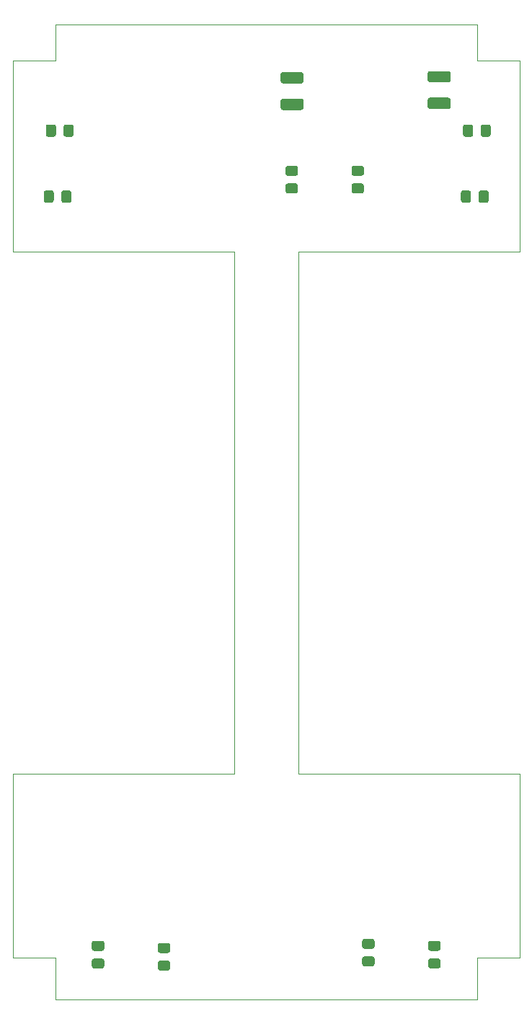
<source format=gbr>
%TF.GenerationSoftware,KiCad,Pcbnew,(5.1.7)-1*%
%TF.CreationDate,2021-10-21T20:27:42-07:00*%
%TF.ProjectId,AnalogBoard_Rev2,416e616c-6f67-4426-9f61-72645f526576,rev?*%
%TF.SameCoordinates,Original*%
%TF.FileFunction,Paste,Bot*%
%TF.FilePolarity,Positive*%
%FSLAX46Y46*%
G04 Gerber Fmt 4.6, Leading zero omitted, Abs format (unit mm)*
G04 Created by KiCad (PCBNEW (5.1.7)-1) date 2021-10-21 20:27:42*
%MOMM*%
%LPD*%
G01*
G04 APERTURE LIST*
%TA.AperFunction,Profile*%
%ADD10C,0.050000*%
%TD*%
G04 APERTURE END LIST*
D10*
X143250000Y-148100000D02*
X148250000Y-148100000D01*
X143250000Y-153000000D02*
X143250000Y-148100000D01*
X93750000Y-148100000D02*
X88750000Y-148100000D01*
X93750000Y-153000000D02*
X93750000Y-148100000D01*
X143250000Y-42750000D02*
X143250000Y-38500000D01*
X148250000Y-42750000D02*
X143250000Y-42750000D01*
X93750000Y-42750000D02*
X93750000Y-38500000D01*
X88750000Y-42750000D02*
X93750000Y-42750000D01*
X148250000Y-148100000D02*
X148250000Y-126500000D01*
X88750000Y-148100000D02*
X88750000Y-126500000D01*
X122250000Y-126500000D02*
X148250000Y-126500000D01*
X122250000Y-65250000D02*
X148250000Y-65250000D01*
X88750000Y-126500000D02*
X114750000Y-126500000D01*
X88750000Y-65250000D02*
X114750000Y-65250000D01*
X114750000Y-126500000D02*
X114750000Y-65250000D01*
X122250000Y-126500000D02*
X122250000Y-65250000D01*
X148250000Y-42750000D02*
X148250000Y-65250000D01*
X88750000Y-65250000D02*
X88750000Y-42750000D01*
X143250000Y-153000000D02*
X93750000Y-153000000D01*
X93750000Y-38500000D02*
X143250000Y-38500000D01*
%TO.C,C20*%
G36*
G01*
X139911001Y-45328000D02*
X137710999Y-45328000D01*
G75*
G02*
X137461000Y-45078001I0J249999D01*
G01*
X137461000Y-44252999D01*
G75*
G02*
X137710999Y-44003000I249999J0D01*
G01*
X139911001Y-44003000D01*
G75*
G02*
X140161000Y-44252999I0J-249999D01*
G01*
X140161000Y-45078001D01*
G75*
G02*
X139911001Y-45328000I-249999J0D01*
G01*
G37*
G36*
G01*
X139911001Y-48453000D02*
X137710999Y-48453000D01*
G75*
G02*
X137461000Y-48203001I0J249999D01*
G01*
X137461000Y-47377999D01*
G75*
G02*
X137710999Y-47128000I249999J0D01*
G01*
X139911001Y-47128000D01*
G75*
G02*
X140161000Y-47377999I0J-249999D01*
G01*
X140161000Y-48203001D01*
G75*
G02*
X139911001Y-48453000I-249999J0D01*
G01*
G37*
%TD*%
%TO.C,C19*%
G36*
G01*
X122639001Y-45455000D02*
X120438999Y-45455000D01*
G75*
G02*
X120189000Y-45205001I0J249999D01*
G01*
X120189000Y-44379999D01*
G75*
G02*
X120438999Y-44130000I249999J0D01*
G01*
X122639001Y-44130000D01*
G75*
G02*
X122889000Y-44379999I0J-249999D01*
G01*
X122889000Y-45205001D01*
G75*
G02*
X122639001Y-45455000I-249999J0D01*
G01*
G37*
G36*
G01*
X122639001Y-48580000D02*
X120438999Y-48580000D01*
G75*
G02*
X120189000Y-48330001I0J249999D01*
G01*
X120189000Y-47504999D01*
G75*
G02*
X120438999Y-47255000I249999J0D01*
G01*
X122639001Y-47255000D01*
G75*
G02*
X122889000Y-47504999I0J-249999D01*
G01*
X122889000Y-48330001D01*
G75*
G02*
X122639001Y-48580000I-249999J0D01*
G01*
G37*
%TD*%
%TO.C,C18*%
G36*
G01*
X128775000Y-57200000D02*
X129725000Y-57200000D01*
G75*
G02*
X129975000Y-57450000I0J-250000D01*
G01*
X129975000Y-58125000D01*
G75*
G02*
X129725000Y-58375000I-250000J0D01*
G01*
X128775000Y-58375000D01*
G75*
G02*
X128525000Y-58125000I0J250000D01*
G01*
X128525000Y-57450000D01*
G75*
G02*
X128775000Y-57200000I250000J0D01*
G01*
G37*
G36*
G01*
X128775000Y-55125000D02*
X129725000Y-55125000D01*
G75*
G02*
X129975000Y-55375000I0J-250000D01*
G01*
X129975000Y-56050000D01*
G75*
G02*
X129725000Y-56300000I-250000J0D01*
G01*
X128775000Y-56300000D01*
G75*
G02*
X128525000Y-56050000I0J250000D01*
G01*
X128525000Y-55375000D01*
G75*
G02*
X128775000Y-55125000I250000J0D01*
G01*
G37*
%TD*%
%TO.C,C17*%
G36*
G01*
X121025000Y-57200000D02*
X121975000Y-57200000D01*
G75*
G02*
X122225000Y-57450000I0J-250000D01*
G01*
X122225000Y-58125000D01*
G75*
G02*
X121975000Y-58375000I-250000J0D01*
G01*
X121025000Y-58375000D01*
G75*
G02*
X120775000Y-58125000I0J250000D01*
G01*
X120775000Y-57450000D01*
G75*
G02*
X121025000Y-57200000I250000J0D01*
G01*
G37*
G36*
G01*
X121025000Y-55125000D02*
X121975000Y-55125000D01*
G75*
G02*
X122225000Y-55375000I0J-250000D01*
G01*
X122225000Y-56050000D01*
G75*
G02*
X121975000Y-56300000I-250000J0D01*
G01*
X121025000Y-56300000D01*
G75*
G02*
X120775000Y-56050000I0J250000D01*
G01*
X120775000Y-55375000D01*
G75*
G02*
X121025000Y-55125000I250000J0D01*
G01*
G37*
%TD*%
%TO.C,C16*%
G36*
G01*
X137775000Y-148200000D02*
X138725000Y-148200000D01*
G75*
G02*
X138975000Y-148450000I0J-250000D01*
G01*
X138975000Y-149125000D01*
G75*
G02*
X138725000Y-149375000I-250000J0D01*
G01*
X137775000Y-149375000D01*
G75*
G02*
X137525000Y-149125000I0J250000D01*
G01*
X137525000Y-148450000D01*
G75*
G02*
X137775000Y-148200000I250000J0D01*
G01*
G37*
G36*
G01*
X137775000Y-146125000D02*
X138725000Y-146125000D01*
G75*
G02*
X138975000Y-146375000I0J-250000D01*
G01*
X138975000Y-147050000D01*
G75*
G02*
X138725000Y-147300000I-250000J0D01*
G01*
X137775000Y-147300000D01*
G75*
G02*
X137525000Y-147050000I0J250000D01*
G01*
X137525000Y-146375000D01*
G75*
G02*
X137775000Y-146125000I250000J0D01*
G01*
G37*
%TD*%
%TO.C,C15*%
G36*
G01*
X130025000Y-147950000D02*
X130975000Y-147950000D01*
G75*
G02*
X131225000Y-148200000I0J-250000D01*
G01*
X131225000Y-148875000D01*
G75*
G02*
X130975000Y-149125000I-250000J0D01*
G01*
X130025000Y-149125000D01*
G75*
G02*
X129775000Y-148875000I0J250000D01*
G01*
X129775000Y-148200000D01*
G75*
G02*
X130025000Y-147950000I250000J0D01*
G01*
G37*
G36*
G01*
X130025000Y-145875000D02*
X130975000Y-145875000D01*
G75*
G02*
X131225000Y-146125000I0J-250000D01*
G01*
X131225000Y-146800000D01*
G75*
G02*
X130975000Y-147050000I-250000J0D01*
G01*
X130025000Y-147050000D01*
G75*
G02*
X129775000Y-146800000I0J250000D01*
G01*
X129775000Y-146125000D01*
G75*
G02*
X130025000Y-145875000I250000J0D01*
G01*
G37*
%TD*%
%TO.C,C14*%
G36*
G01*
X99225000Y-147300000D02*
X98275000Y-147300000D01*
G75*
G02*
X98025000Y-147050000I0J250000D01*
G01*
X98025000Y-146375000D01*
G75*
G02*
X98275000Y-146125000I250000J0D01*
G01*
X99225000Y-146125000D01*
G75*
G02*
X99475000Y-146375000I0J-250000D01*
G01*
X99475000Y-147050000D01*
G75*
G02*
X99225000Y-147300000I-250000J0D01*
G01*
G37*
G36*
G01*
X99225000Y-149375000D02*
X98275000Y-149375000D01*
G75*
G02*
X98025000Y-149125000I0J250000D01*
G01*
X98025000Y-148450000D01*
G75*
G02*
X98275000Y-148200000I250000J0D01*
G01*
X99225000Y-148200000D01*
G75*
G02*
X99475000Y-148450000I0J-250000D01*
G01*
X99475000Y-149125000D01*
G75*
G02*
X99225000Y-149375000I-250000J0D01*
G01*
G37*
%TD*%
%TO.C,C13*%
G36*
G01*
X106975000Y-147550000D02*
X106025000Y-147550000D01*
G75*
G02*
X105775000Y-147300000I0J250000D01*
G01*
X105775000Y-146625000D01*
G75*
G02*
X106025000Y-146375000I250000J0D01*
G01*
X106975000Y-146375000D01*
G75*
G02*
X107225000Y-146625000I0J-250000D01*
G01*
X107225000Y-147300000D01*
G75*
G02*
X106975000Y-147550000I-250000J0D01*
G01*
G37*
G36*
G01*
X106975000Y-149625000D02*
X106025000Y-149625000D01*
G75*
G02*
X105775000Y-149375000I0J250000D01*
G01*
X105775000Y-148700000D01*
G75*
G02*
X106025000Y-148450000I250000J0D01*
G01*
X106975000Y-148450000D01*
G75*
G02*
X107225000Y-148700000I0J-250000D01*
G01*
X107225000Y-149375000D01*
G75*
G02*
X106975000Y-149625000I-250000J0D01*
G01*
G37*
%TD*%
%TO.C,C12*%
G36*
G01*
X142550000Y-58275000D02*
X142550000Y-59225000D01*
G75*
G02*
X142300000Y-59475000I-250000J0D01*
G01*
X141625000Y-59475000D01*
G75*
G02*
X141375000Y-59225000I0J250000D01*
G01*
X141375000Y-58275000D01*
G75*
G02*
X141625000Y-58025000I250000J0D01*
G01*
X142300000Y-58025000D01*
G75*
G02*
X142550000Y-58275000I0J-250000D01*
G01*
G37*
G36*
G01*
X144625000Y-58275000D02*
X144625000Y-59225000D01*
G75*
G02*
X144375000Y-59475000I-250000J0D01*
G01*
X143700000Y-59475000D01*
G75*
G02*
X143450000Y-59225000I0J250000D01*
G01*
X143450000Y-58275000D01*
G75*
G02*
X143700000Y-58025000I250000J0D01*
G01*
X144375000Y-58025000D01*
G75*
G02*
X144625000Y-58275000I0J-250000D01*
G01*
G37*
%TD*%
%TO.C,C9*%
G36*
G01*
X142800000Y-50525000D02*
X142800000Y-51475000D01*
G75*
G02*
X142550000Y-51725000I-250000J0D01*
G01*
X141875000Y-51725000D01*
G75*
G02*
X141625000Y-51475000I0J250000D01*
G01*
X141625000Y-50525000D01*
G75*
G02*
X141875000Y-50275000I250000J0D01*
G01*
X142550000Y-50275000D01*
G75*
G02*
X142800000Y-50525000I0J-250000D01*
G01*
G37*
G36*
G01*
X144875000Y-50525000D02*
X144875000Y-51475000D01*
G75*
G02*
X144625000Y-51725000I-250000J0D01*
G01*
X143950000Y-51725000D01*
G75*
G02*
X143700000Y-51475000I0J250000D01*
G01*
X143700000Y-50525000D01*
G75*
G02*
X143950000Y-50275000I250000J0D01*
G01*
X144625000Y-50275000D01*
G75*
G02*
X144875000Y-50525000I0J-250000D01*
G01*
G37*
%TD*%
%TO.C,C6*%
G36*
G01*
X93550000Y-58275000D02*
X93550000Y-59225000D01*
G75*
G02*
X93300000Y-59475000I-250000J0D01*
G01*
X92625000Y-59475000D01*
G75*
G02*
X92375000Y-59225000I0J250000D01*
G01*
X92375000Y-58275000D01*
G75*
G02*
X92625000Y-58025000I250000J0D01*
G01*
X93300000Y-58025000D01*
G75*
G02*
X93550000Y-58275000I0J-250000D01*
G01*
G37*
G36*
G01*
X95625000Y-58275000D02*
X95625000Y-59225000D01*
G75*
G02*
X95375000Y-59475000I-250000J0D01*
G01*
X94700000Y-59475000D01*
G75*
G02*
X94450000Y-59225000I0J250000D01*
G01*
X94450000Y-58275000D01*
G75*
G02*
X94700000Y-58025000I250000J0D01*
G01*
X95375000Y-58025000D01*
G75*
G02*
X95625000Y-58275000I0J-250000D01*
G01*
G37*
%TD*%
%TO.C,C3*%
G36*
G01*
X93800000Y-50525000D02*
X93800000Y-51475000D01*
G75*
G02*
X93550000Y-51725000I-250000J0D01*
G01*
X92875000Y-51725000D01*
G75*
G02*
X92625000Y-51475000I0J250000D01*
G01*
X92625000Y-50525000D01*
G75*
G02*
X92875000Y-50275000I250000J0D01*
G01*
X93550000Y-50275000D01*
G75*
G02*
X93800000Y-50525000I0J-250000D01*
G01*
G37*
G36*
G01*
X95875000Y-50525000D02*
X95875000Y-51475000D01*
G75*
G02*
X95625000Y-51725000I-250000J0D01*
G01*
X94950000Y-51725000D01*
G75*
G02*
X94700000Y-51475000I0J250000D01*
G01*
X94700000Y-50525000D01*
G75*
G02*
X94950000Y-50275000I250000J0D01*
G01*
X95625000Y-50275000D01*
G75*
G02*
X95875000Y-50525000I0J-250000D01*
G01*
G37*
%TD*%
M02*

</source>
